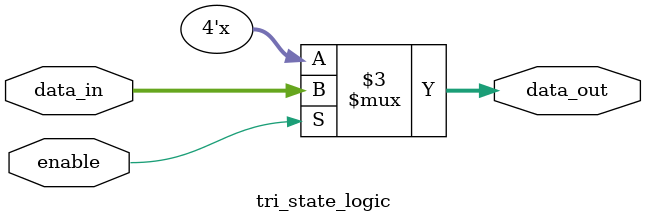
<source format=v>
module tri_state_logic(input [3:0] data_in, input enable, output reg [3:0] data_out);

always @(data_in, enable)
begin
if (enable)
data_out = data_in;
else
data_out = 4'bZZZZ;
end
endmodule


</source>
